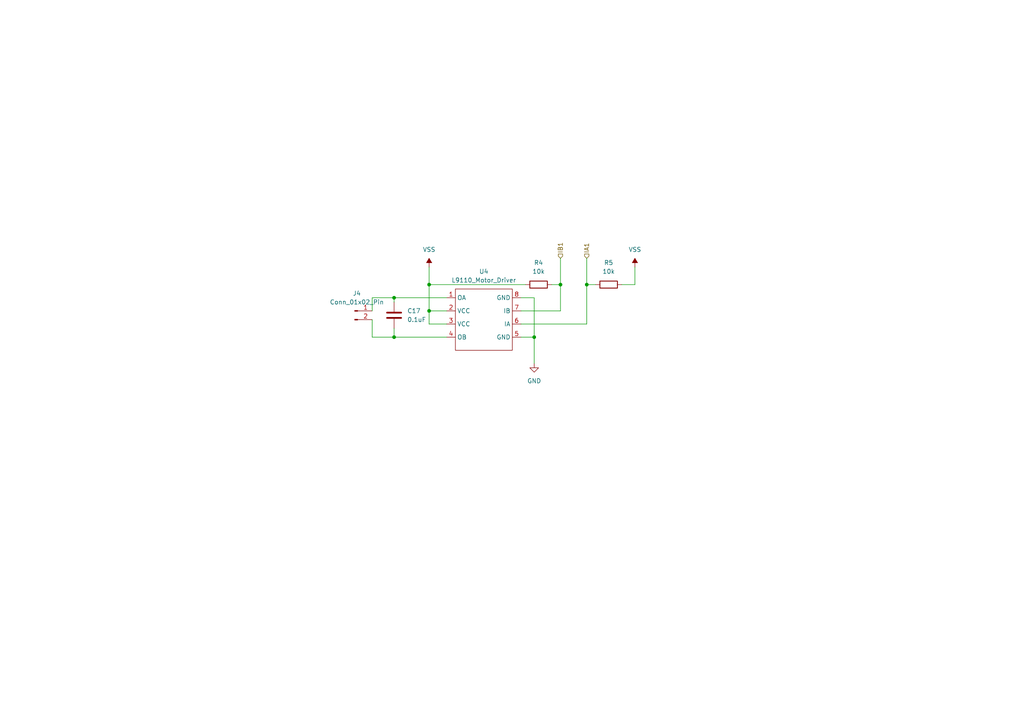
<source format=kicad_sch>
(kicad_sch (version 20230121) (generator eeschema)
  (paper "A4")
  (lib_symbols
    (symbol "CDOG_Symbols:L9110"
      (property "Reference" "U" (at 0 10.16 0))
      (property "Value" "L9110_Motor_Driver" (at 0 -12.7 0))
      (symbol "L9110_0_1"
        (rectangle (start -8.89 7.62) (end 7.62 -10.16))
      )
      (symbol "L9110_1_1"
        (pin output line (at -11.43 5.08 0) (length 2.54) (name "OA") (number "1"))
        (pin power_in line (at -11.43 1.27 0) (length 2.54) (name "VCC") (number "2"))
        (pin power_in line (at -11.43 -2.54 0) (length 2.54) (name "VCC") (number "3"))
        (pin output line (at -11.43 -6.35 0) (length 2.54) (name "OB") (number "4"))
        (pin input line (at 10.16 -6.35 180) (length 2.54) (name "GND") (number "5"))
        (pin input line (at 10.16 -2.54 180) (length 2.54) (name "IA") (number "6"))
        (pin input line (at 10.16 1.27 180) (length 2.54) (name "IB") (number "7"))
        (pin power_in line (at 10.16 5.08 180) (length 2.54) (name "GND") (number "8"))
      )
    )
    (symbol "Connector:Conn_01x02_Pin" (pin_names (offset 1.016) hide)
      (property "Reference" "J" (at 0 2.54 0))
      (property "Value" "Conn_01x02_Pin" (at 0 -5.08 0))
      (symbol "Conn_01x02_Pin_1_1"
        (polyline (pts (xy 1.27 -2.54) (xy 0.8636 -2.54)) (stroke (width 0.1524)))
        (polyline (pts (xy 1.27 0) (xy 0.8636 0)) (stroke (width 0.1524)))
        (rectangle (start 0.8636 -2.413) (end 0 -2.667) (stroke (width 0.1524)) (fill (type outline)))
        (rectangle (start 0.8636 0.127) (end 0 -0.127) (stroke (width 0.1524)) (fill (type outline)))
        (pin passive line (at 5.08 0 180) (length 3.81) (name "Pin_1") (number "1"))
        (pin passive line (at 5.08 -2.54 180) (length 3.81) (name "Pin_2") (number "2"))
      )
    )
    (symbol "Device:C" (pin_numbers hide) (pin_names (offset 0.254))
      (property "Reference" "C" (at 0.635 2.54 0))
      (property "Value" "C" (at 0.635 -2.54 0))
      (symbol "C_0_1"
        (polyline (pts (xy -2.032 -0.762) (xy 2.032 -0.762)) (stroke (width 0.508)))
        (polyline (pts (xy -2.032 0.762) (xy 2.032 0.762)) (stroke (width 0.508)))
      )
      (symbol "C_1_1"
        (pin passive line (at 0 3.81 270) (length 2.794) (name "~") (number "1"))
        (pin passive line (at 0 -3.81 90) (length 2.794) (name "~") (number "2"))
      )
    )
    (symbol "Device:R" (pin_numbers hide) (pin_names (offset 0))
      (property "Reference" "R" (at 2.032 0 90))
      (property "Value" "R" (at 0 0 90))
      (symbol "R_0_1"
        (rectangle (start -1.016 -2.54) (end 1.016 2.54) (stroke (width 0.254)))
      )
      (symbol "R_1_1"
        (pin passive line (at 0 3.81 270) (length 1.27) (name "~") (number "1"))
        (pin passive line (at 0 -3.81 90) (length 1.27) (name "~") (number "2"))
      )
    )
    (symbol "power:GND" (power) (pin_names (offset 0))
      (property "Value" "GND" (at 0 -3.81 0))
      (symbol "GND_0_1"
        (polyline (pts (xy 0 0) (xy 0 -1.27) (xy 1.27 -1.27) (xy 0 -2.54) (xy -1.27 -1.27) (xy 0 -1.27)))
      )
      (symbol "GND_1_1"
        (pin power_in line (at 0 0 270) (length 0) hide (name "GND") (number "1"))
      )
    )
    (symbol "power:VSS" (power) (pin_names (offset 0))
      (property "Value" "VSS" (at 0 3.81 0))
      (symbol "VSS_0_1"
        (polyline (pts (xy 0 0) (xy 0 2.54)))
        (polyline (pts (xy 0.762 1.27) (xy -0.762 1.27) (xy 0 2.54) (xy 0.762 1.27)) (fill (type outline)))
      )
      (symbol "VSS_1_1"
        (pin power_in line (at 0 0 90) (length 0) hide (name "VSS") (number "1"))
      )
    )
  )
  (junction (at 114.3 86.36))
  (junction (at 162.56 82.55))
  (junction (at 124.46 82.55))
  (junction (at 114.3 97.79))
  (junction (at 170.18 82.55))
  (junction (at 124.46 90.17))
  (junction (at 154.94 97.79))
  (wire (pts (xy 107.95 86.36) (xy 107.95 90.17)))
  (wire (pts (xy 124.46 93.98) (xy 124.46 90.17)))
  (wire (pts (xy 170.18 74.93) (xy 170.18 82.55)))
  (wire (pts (xy 162.56 82.55) (xy 162.56 90.17)))
  (wire (pts (xy 170.18 82.55) (xy 170.18 93.98)))
  (wire (pts (xy 151.13 93.98) (xy 170.18 93.98)))
  (wire (pts (xy 154.94 97.79) (xy 154.94 105.41)))
  (wire (pts (xy 114.3 86.36) (xy 107.95 86.36)))
  (wire (pts (xy 124.46 90.17) (xy 124.46 82.55)))
  (wire (pts (xy 160.02 82.55) (xy 162.56 82.55)))
  (wire (pts (xy 114.3 86.36) (xy 114.3 87.63)))
  (wire (pts (xy 184.15 82.55) (xy 180.34 82.55)))
  (wire (pts (xy 129.54 93.98) (xy 124.46 93.98)))
  (wire (pts (xy 184.15 77.47) (xy 184.15 82.55)))
  (wire (pts (xy 151.13 86.36) (xy 154.94 86.36)))
  (wire (pts (xy 107.95 97.79) (xy 107.95 92.71)))
  (wire (pts (xy 114.3 97.79) (xy 114.3 95.25)))
  (wire (pts (xy 124.46 82.55) (xy 124.46 77.47)))
  (wire (pts (xy 129.54 86.36) (xy 114.3 86.36)))
  (wire (pts (xy 162.56 74.93) (xy 162.56 82.55)))
  (wire (pts (xy 170.18 82.55) (xy 172.72 82.55)))
  (wire (pts (xy 151.13 97.79) (xy 154.94 97.79)))
  (wire (pts (xy 129.54 97.79) (xy 114.3 97.79)))
  (wire (pts (xy 151.13 90.17) (xy 162.56 90.17)))
  (wire (pts (xy 129.54 90.17) (xy 124.46 90.17)))
  (wire (pts (xy 154.94 86.36) (xy 154.94 97.79)))
  (wire (pts (xy 114.3 97.79) (xy 107.95 97.79)))
  (wire (pts (xy 124.46 82.55) (xy 152.4 82.55)))
  (hierarchical_label "IA1" (shape input) (at 170.18 74.93 90))
  (hierarchical_label "IB1" (shape input) (at 162.56 74.93 90))
  (symbol (lib_id "power:GND") (at 154.94 105.41 0) (unit 1)
    (property "Reference" "#PWR021" (effects hide))
    (property "Value" "GND" (at 154.94 110.49 0))
    (instances (project "RP2040_Robot_Rover" (path "" (reference "#PWR021") (unit 1))) (project "storper_v0.2" (path "" (reference "#PWR02") (unit 1)) (path "" (reference "#PWR04") (unit 1)) (path "" (reference "#PWR06") (unit 1)) (path "" (reference "#PWR08") (unit 1))))
  )
  (symbol (lib_id "Device:C") (at 114.3 91.44 0) (unit 1)
    (property "Reference" "C17" (at 118.11 90.17 0) (effects (justify left)))
    (property "Value" "0.1uF" (at 118.11 92.71 0) (effects (justify left)))
    (property "Footprint" "Capacitor_SMD:C_0805_2012Metric_Pad1.18x1.45mm_HandSolder" (effects hide))
    (property "LCSC" "C49678" (effects hide))
    (instances (project "RP2040_Robot_Rover" (path "" (reference "C17") (unit 1))) (project "storper_v0.2" (path "" (reference "C1") (unit 1)) (path "" (reference "C2") (unit 1)) (path "" (reference "C3") (unit 1)) (path "" (reference "C4") (unit 1))))
  )
  (symbol (lib_id "power:VSS") (at 124.46 77.47 0) (unit 1)
    (property "Reference" "#PWR01" (effects hide))
    (property "Value" "VSS" (at 124.46 72.39 0))
  )
  (symbol (lib_id "Device:R") (at 156.21 82.55 90) (unit 1)
    (property "Reference" "R4" (at 156.21 76.2 90))
    (property "Value" "10k" (at 156.21 78.74 90))
    (property "Footprint" "Resistor_SMD:R_0805_2012Metric_Pad1.20x1.40mm_HandSolder" (effects hide))
    (property "LCSC" "C17414" (effects hide))
    (instances (project "RP2040_Robot_Rover" (path "" (reference "R4") (unit 1))) (project "storper_v0.2" (path "" (reference "R1") (unit 1)) (path "" (reference "R3") (unit 1)) (path "" (reference "R5") (unit 1)) (path "" (reference "R7") (unit 1))))
  )
  (symbol (lib_id "Connector:Conn_01x02_Pin") (at 102.87 90.17 0) (unit 1)
    (property "Reference" "J4" (at 103.505 85.09 0))
    (property "Value" "Conn_01x02_Pin" (at 103.505 87.63 0))
    (property "Footprint" "Connector_PinHeader_2.54mm:PinHeader_1x02_P2.54mm_Vertical" (effects hide))
    (instances (project "RP2040_Robot_Rover" (path "" (reference "J4") (unit 1))) (project "storper_v0.2" (path "" (reference "J1") (unit 1)) (path "" (reference "J2") (unit 1)) (path "" (reference "J3") (unit 1)) (path "" (reference "J4") (unit 1))))
  )
  (symbol (lib_id "Device:R") (at 176.53 82.55 90) (unit 1)
    (property "Reference" "R5" (at 176.53 76.2 90))
    (property "Value" "10k" (at 176.53 78.74 90))
    (property "Footprint" "Resistor_SMD:R_0805_2012Metric_Pad1.20x1.40mm_HandSolder" (effects hide))
    (property "LCSC" "C17414" (effects hide))
    (instances (project "RP2040_Robot_Rover" (path "" (reference "R5") (unit 1))) (project "storper_v0.2" (path "" (reference "R2") (unit 1)) (path "" (reference "R4") (unit 1)) (path "" (reference "R6") (unit 1)) (path "" (reference "R8") (unit 1))))
  )
  (symbol (lib_id "power:VSS") (at 184.15 77.47 0) (unit 1)
    (property "Reference" "#PWR011" (effects hide))
    (property "Value" "VSS" (at 184.15 72.39 0))
  )
  (symbol (lib_id "CDOG_Symbols:L9110") (at 140.97 91.44 0) (unit 1)
    (property "Reference" "U4" (at 140.335 78.74 0))
    (property "Value" "L9110_Motor_Driver" (at 140.335 81.28 0))
    (property "Footprint" "CDOG:L9110S_SOP-8_L4.9-W3.9-P1.27-LS6.0-BL" (effects hide))
    (property "LCSC" "C85174" (effects hide))
    (instances (project "RP2040_Robot_Rover" (path "" (reference "U4") (unit 1))) (project "storper_v0.2" (path "" (reference "U1") (unit 1)) (path "" (reference "U2") (unit 1)) (path "" (reference "U3") (unit 1)) (path "" (reference "U4") (unit 1))))
  )
)
</source>
